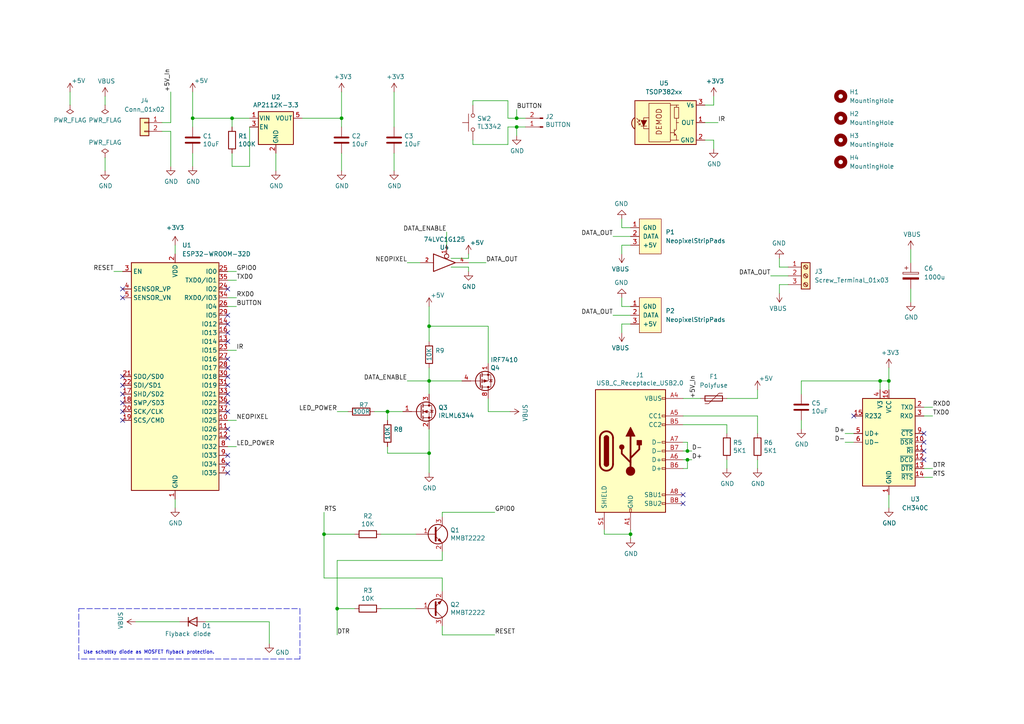
<source format=kicad_sch>
(kicad_sch (version 20211123) (generator eeschema)
  (paper "A4")
  (title_block (title "SmartishNight") (date "2020-11-03") (rev "1.2"))
  (lib_symbols
    (symbol "74xGxx:74LVC1G125" (pin_names (offset 1.016))
      (property "Reference" "U4" (at -0.635 4.445 0))
      (property "Value" "74LVC1G125" (at -0.635 6.7564 0))
      (symbol "74LVC1G125_0_1"
        (polyline (pts (xy -3.81 2.54) (xy -3.81 -2.54) (xy 2.54 0) (xy -3.81 2.54)) (stroke (width 0.254)))
      )
      (symbol "74LVC1G125_1_1"
        (pin input inverted (at 0 5.08 270) (length 3.81) (name "~") (number "1"))
        (pin input line (at -7.62 0 0) (length 3.81) (name "~") (number "2"))
        (pin power_in line (at 1.27 -1.27 270) (length 0) hide (name "GND") (number "3"))
        (pin tri_state line (at 6.35 0 180) (length 3.81) (name "~") (number "4"))
        (pin power_in line (at 1.27 1.27 90) (length 0) hide (name "VCC") (number "5"))
      )
    )
    (symbol "Connector:Conn_01x02_Male" (pin_names (offset 1.016) hide)
      (property "Reference" "J" (at 0 2.54 0))
      (property "Value" "Conn_01x02_Male" (at 0 -5.08 0))
      (symbol "Conn_01x02_Male_1_1"
        (polyline (pts (xy 1.27 -2.54) (xy 0.8636 -2.54)) (stroke (width 0.1524)))
        (polyline (pts (xy 1.27 0) (xy 0.8636 0)) (stroke (width 0.1524)))
        (rectangle (start 0.8636 -2.413) (end 0 -2.667) (stroke (width 0.1524)) (fill (type outline)))
        (rectangle (start 0.8636 0.127) (end 0 -0.127) (stroke (width 0.1524)) (fill (type outline)))
        (pin passive line (at 5.08 0 180) (length 3.81) (name "Pin_1") (number "1"))
        (pin passive line (at 5.08 -2.54 180) (length 3.81) (name "Pin_2") (number "2"))
      )
    )
    (symbol "Connector:Screw_Terminal_01x03" (pin_names (offset 1.016) hide)
      (property "Reference" "J" (at 0 5.08 0))
      (property "Value" "Screw_Terminal_01x03" (at 0 -5.08 0))
      (symbol "Screw_Terminal_01x03_1_1"
        (rectangle (start -1.27 3.81) (end 1.27 -3.81) (stroke (width 0.254)) (fill (type background)))
        (circle (center 0 -2.54) (radius 0.635) (stroke (width 0.1524)))
        (polyline (pts (xy -0.5334 -2.2098) (xy 0.3302 -3.048)) (stroke (width 0.1524)))
        (polyline (pts (xy -0.5334 0.3302) (xy 0.3302 -0.508)) (stroke (width 0.1524)))
        (polyline (pts (xy -0.5334 2.8702) (xy 0.3302 2.032)) (stroke (width 0.1524)))
        (polyline (pts (xy -0.3556 -2.032) (xy 0.508 -2.8702)) (stroke (width 0.1524)))
        (polyline (pts (xy -0.3556 0.508) (xy 0.508 -0.3302)) (stroke (width 0.1524)))
        (polyline (pts (xy -0.3556 3.048) (xy 0.508 2.2098)) (stroke (width 0.1524)))
        (circle (center 0 0) (radius 0.635) (stroke (width 0.1524)))
        (circle (center 0 2.54) (radius 0.635) (stroke (width 0.1524)))
        (pin passive line (at -5.08 2.54 0) (length 3.81) (name "Pin_1") (number "1"))
        (pin passive line (at -5.08 0 0) (length 3.81) (name "Pin_2") (number "2"))
        (pin passive line (at -5.08 -2.54 0) (length 3.81) (name "Pin_3") (number "3"))
      )
    )
    (symbol "Connector:USB_C_Receptacle_USB2.0" (pin_names (offset 1.016))
      (property "Reference" "J" (at -10.16 19.05 0))
      (property "Value" "USB_C_Receptacle_USB2.0" (at 19.05 19.05 0))
      (symbol "USB_C_Receptacle_USB2.0_0_0"
        (rectangle (start -0.254 -17.78) (end 0.254 -16.764))
        (rectangle (start 10.16 -14.986) (end 9.144 -15.494))
        (rectangle (start 10.16 -12.446) (end 9.144 -12.954))
        (rectangle (start 10.16 -4.826) (end 9.144 -5.334))
        (rectangle (start 10.16 -2.286) (end 9.144 -2.794))
        (rectangle (start 10.16 0.254) (end 9.144 -0.254))
        (rectangle (start 10.16 2.794) (end 9.144 2.286))
        (rectangle (start 10.16 7.874) (end 9.144 7.366))
        (rectangle (start 10.16 10.414) (end 9.144 9.906))
        (rectangle (start 10.16 15.494) (end 9.144 14.986))
      )
      (symbol "USB_C_Receptacle_USB2.0_0_1"
        (rectangle (start -10.16 17.78) (end 10.16 -17.78) (stroke (width 0.254)) (fill (type background)))
        (arc (start -8.89 -3.81) (mid -6.985 -5.715) (end -5.08 -3.81) (stroke (width 0.508)))
        (arc (start -7.62 -3.81) (mid -6.985 -4.445) (end -6.35 -3.81) (stroke (width 0.254)))
        (arc (start -7.62 -3.81) (mid -6.985 -4.445) (end -6.35 -3.81) (stroke (width 0.254)) (fill (type outline)))
        (rectangle (start -7.62 -3.81) (end -6.35 3.81) (stroke (width 0.254)) (fill (type outline)))
        (arc (start -6.35 3.81) (mid -6.985 4.445) (end -7.62 3.81) (stroke (width 0.254)))
        (arc (start -6.35 3.81) (mid -6.985 4.445) (end -7.62 3.81) (stroke (width 0.254)) (fill (type outline)))
        (arc (start -5.08 3.81) (mid -6.985 5.715) (end -8.89 3.81) (stroke (width 0.508)))
        (circle (center -2.54 1.143) (radius 0.635) (stroke (width 0.254)) (fill (type outline)))
        (circle (center 0 -5.842) (radius 1.27) (fill (type outline)))
        (polyline (pts (xy -8.89 -3.81) (xy -8.89 3.81)) (stroke (width 0.508)))
        (polyline (pts (xy -5.08 3.81) (xy -5.08 -3.81)) (stroke (width 0.508)))
        (polyline (pts (xy 0 -5.842) (xy 0 4.318)) (stroke (width 0.508)))
        (polyline (pts (xy 0 -3.302) (xy -2.54 -0.762) (xy -2.54 0.508)) (stroke (width 0.508)))
        (polyline (pts (xy 0 -2.032) (xy 2.54 0.508) (xy 2.54 1.778)) (stroke (width 0.508)))
        (polyline (pts (xy -1.27 4.318) (xy 0 6.858) (xy 1.27 4.318) (xy -1.27 4.318)) (stroke (width 0.254)) (fill (type outline)))
        (rectangle (start 1.905 1.778) (end 3.175 3.048) (stroke (width 0.254)) (fill (type outline)))
      )
      (symbol "USB_C_Receptacle_USB2.0_1_1"
        (pin passive line (at 0 -22.86 90) (length 5.08) (name "GND") (number "A1"))
        (pin passive line (at 0 -22.86 90) (length 5.08) hide (name "GND") (number "A12"))
        (pin passive line (at 15.24 15.24 180) (length 5.08) (name "VBUS") (number "A4"))
        (pin bidirectional line (at 15.24 10.16 180) (length 5.08) (name "CC1") (number "A5"))
        (pin bidirectional line (at 15.24 -2.54 180) (length 5.08) (name "D+") (number "A6"))
        (pin bidirectional line (at 15.24 2.54 180) (length 5.08) (name "D-") (number "A7"))
        (pin bidirectional line (at 15.24 -12.7 180) (length 5.08) (name "SBU1") (number "A8"))
        (pin passive line (at 15.24 15.24 180) (length 5.08) hide (name "VBUS") (number "A9"))
        (pin passive line (at 0 -22.86 90) (length 5.08) hide (name "GND") (number "B1"))
        (pin passive line (at 0 -22.86 90) (length 5.08) hide (name "GND") (number "B12"))
        (pin passive line (at 15.24 15.24 180) (length 5.08) hide (name "VBUS") (number "B4"))
        (pin bidirectional line (at 15.24 7.62 180) (length 5.08) (name "CC2") (number "B5"))
        (pin bidirectional line (at 15.24 -5.08 180) (length 5.08) (name "D+") (number "B6"))
        (pin bidirectional line (at 15.24 0 180) (length 5.08) (name "D-") (number "B7"))
        (pin bidirectional line (at 15.24 -15.24 180) (length 5.08) (name "SBU2") (number "B8"))
        (pin passive line (at 15.24 15.24 180) (length 5.08) hide (name "VBUS") (number "B9"))
        (pin passive line (at -7.62 -22.86 90) (length 5.08) (name "SHIELD") (number "S1"))
      )
    )
    (symbol "Connector_Generic:Conn_01x02" (pin_names (offset 1.016) hide)
      (property "Reference" "J" (at 0 2.54 0))
      (property "Value" "Conn_01x02" (at 0 -5.08 0))
      (symbol "Conn_01x02_1_1"
        (rectangle (start -1.27 -2.413) (end 0 -2.667) (stroke (width 0.1524)))
        (rectangle (start -1.27 0.127) (end 0 -0.127) (stroke (width 0.1524)))
        (rectangle (start -1.27 1.27) (end 1.27 -3.81) (stroke (width 0.254)) (fill (type background)))
        (pin passive line (at -5.08 0 0) (length 3.81) (name "Pin_1") (number "1"))
        (pin passive line (at -5.08 -2.54 0) (length 3.81) (name "Pin_2") (number "2"))
      )
    )
    (symbol "Device:C" (pin_numbers hide) (pin_names (offset 0.254))
      (property "Reference" "C" (at 0.635 2.54 0))
      (property "Value" "C" (at 0.635 -2.54 0))
      (symbol "C_0_1"
        (polyline (pts (xy -2.032 -0.762) (xy 2.032 -0.762)) (stroke (width 0.508)))
        (polyline (pts (xy -2.032 0.762) (xy 2.032 0.762)) (stroke (width 0.508)))
      )
      (symbol "C_1_1"
        (pin passive line (at 0 3.81 270) (length 2.794) (name "~") (number "1"))
        (pin passive line (at 0 -3.81 90) (length 2.794) (name "~") (number "2"))
      )
    )
    (symbol "Device:C_Polarized" (pin_numbers hide) (pin_names (offset 0.254))
      (property "Reference" "C" (at 0.635 2.54 0))
      (property "Value" "C_Polarized" (at 0.635 -2.54 0))
      (symbol "C_Polarized_0_1"
        (rectangle (start -2.286 0.508) (end 2.286 1.016))
        (polyline (pts (xy -1.778 2.286) (xy -0.762 2.286)))
        (polyline (pts (xy -1.27 2.794) (xy -1.27 1.778)))
        (rectangle (start 2.286 -0.508) (end -2.286 -1.016) (fill (type outline)))
      )
      (symbol "C_Polarized_1_1"
        (pin passive line (at 0 3.81 270) (length 2.794) (name "~") (number "1"))
        (pin passive line (at 0 -3.81 90) (length 2.794) (name "~") (number "2"))
      )
    )
    (symbol "Device:D" (pin_numbers hide) (pin_names (offset 1.016) hide)
      (property "Reference" "D" (at 0 2.54 0))
      (property "Value" "D" (at 0 -2.54 0))
      (symbol "D_0_1"
        (polyline (pts (xy -1.27 1.27) (xy -1.27 -1.27)) (stroke (width 0.254)))
        (polyline (pts (xy 1.27 0) (xy -1.27 0)))
        (polyline (pts (xy 1.27 1.27) (xy 1.27 -1.27) (xy -1.27 0) (xy 1.27 1.27)) (stroke (width 0.254)))
      )
      (symbol "D_1_1"
        (pin passive line (at -3.81 0 0) (length 2.54) (name "K") (number "1"))
        (pin passive line (at 3.81 0 180) (length 2.54) (name "A") (number "2"))
      )
    )
    (symbol "Device:Polyfuse" (pin_numbers hide) (pin_names (offset 0))
      (property "Reference" "F" (at -2.54 0 90))
      (property "Value" "Polyfuse" (at 2.54 0 90))
      (symbol "Polyfuse_0_1"
        (rectangle (start -0.762 2.54) (end 0.762 -2.54) (stroke (width 0.254)))
        (polyline (pts (xy 0 2.54) (xy 0 -2.54)))
        (polyline (pts (xy -1.524 2.54) (xy -1.524 1.524) (xy 1.524 -1.524) (xy 1.524 -2.54)))
      )
      (symbol "Polyfuse_1_1"
        (pin passive line (at 0 3.81 270) (length 1.27) (name "~") (number "1"))
        (pin passive line (at 0 -3.81 90) (length 1.27) (name "~") (number "2"))
      )
    )
    (symbol "Device:R" (pin_numbers hide) (pin_names (offset 0))
      (property "Reference" "R" (at 2.032 0 90))
      (property "Value" "R" (at 0 0 90))
      (symbol "R_0_1"
        (rectangle (start -1.016 -2.54) (end 1.016 2.54) (stroke (width 0.254)))
      )
      (symbol "R_1_1"
        (pin passive line (at 0 3.81 270) (length 1.27) (name "~") (number "1"))
        (pin passive line (at 0 -3.81 90) (length 1.27) (name "~") (number "2"))
      )
    )
    (symbol "Interface_Optical:TSOP382xx"
      (property "Reference" "U" (at -10.16 7.62 0))
      (property "Value" "TSOP382xx" (at -10.16 -7.62 0))
      (symbol "TSOP382xx_0_0"
        (arc (start -10.287 1.397) (mid -11.0899 -0.1905) (end -10.287 -1.778) (stroke (width 0.254)) (fill (type background)))
        (polyline (pts (xy 1.905 -5.08) (xy 0.127 -5.08)))
        (polyline (pts (xy 1.905 5.08) (xy 0.127 5.08)))
        (text "DEMOD" (at -3.175 0.254 900) (effects (font (size 1.524 1.524))))
      )
      (symbol "TSOP382xx_0_1"
        (rectangle (start -6.096 5.588) (end 0.127 -5.588))
        (polyline (pts (xy -8.763 0.381) (xy -9.652 1.27)))
        (polyline (pts (xy -8.763 0.381) (xy -9.271 0.381)))
        (polyline (pts (xy -8.763 0.381) (xy -8.763 0.889)))
        (polyline (pts (xy -8.636 -0.635) (xy -9.525 0.254)))
        (polyline (pts (xy -8.636 -0.635) (xy -9.144 -0.635)))
        (polyline (pts (xy -8.636 -0.635) (xy -8.636 -0.127)))
        (polyline (pts (xy -8.382 -1.016) (xy -6.731 -1.016)))
        (polyline (pts (xy 1.27 -2.921) (xy 0.127 -2.921)))
        (polyline (pts (xy 1.27 -1.905) (xy 1.27 -3.81)))
        (polyline (pts (xy 1.397 -3.556) (xy 1.524 -3.556)))
        (polyline (pts (xy 1.651 -3.556) (xy 1.524 -3.556)))
        (polyline (pts (xy 1.651 -3.556) (xy 1.651 -3.302)))
        (polyline (pts (xy 1.905 0) (xy 1.905 1.27)))
        (polyline (pts (xy 1.905 4.445) (xy 1.905 5.08) (xy 2.54 5.08)))
        (polyline (pts (xy -8.382 0.635) (xy -6.731 0.635) (xy -7.62 -1.016) (xy -8.382 0.635)) (fill (type outline)))
        (polyline (pts (xy -6.096 1.397) (xy -7.62 1.397) (xy -7.62 -1.778) (xy -6.096 -1.778)))
        (polyline (pts (xy 1.27 -3.175) (xy 1.905 -3.81) (xy 1.905 -5.08) (xy 2.54 -5.08)))
        (polyline (pts (xy 1.27 -2.54) (xy 1.905 -1.905) (xy 1.905 0) (xy 2.54 0)))
        (rectangle (start 2.54 1.27) (end 1.27 4.445))
        (rectangle (start 7.62 6.35) (end -10.16 -6.35) (stroke (width 0.254)) (fill (type background)))
      )
      (symbol "TSOP382xx_1_1"
        (pin output line (at 10.16 0 180) (length 2.54) (name "OUT") (number "1"))
        (pin power_in line (at 10.16 -5.08 180) (length 2.54) (name "GND") (number "2"))
        (pin power_in line (at 10.16 5.08 180) (length 2.54) (name "Vs") (number "3"))
      )
    )
    (symbol "Interface_USB:CH340C"
      (property "Reference" "U" (at -5.08 13.97 0))
      (property "Value" "CH340C" (at 1.27 13.97 0))
      (symbol "CH340C_0_1"
        (rectangle (start -7.62 12.7) (end 7.62 -12.7) (stroke (width 0.254)) (fill (type background)))
      )
      (symbol "CH340C_1_1"
        (pin power_in line (at 0 -15.24 90) (length 2.54) (name "GND") (number "1"))
        (pin input line (at 10.16 0 180) (length 2.54) (name "~{DSR}") (number "10"))
        (pin input line (at 10.16 -2.54 180) (length 2.54) (name "~{RI}") (number "11"))
        (pin input line (at 10.16 -5.08 180) (length 2.54) (name "~{DCD}") (number "12"))
        (pin output line (at 10.16 -7.62 180) (length 2.54) (name "~{DTR}") (number "13"))
        (pin output line (at 10.16 -10.16 180) (length 2.54) (name "~{RTS}") (number "14"))
        (pin input line (at -10.16 7.62 0) (length 2.54) (name "R232") (number "15"))
        (pin power_in line (at 0 15.24 270) (length 2.54) (name "VCC") (number "16"))
        (pin output line (at 10.16 10.16 180) (length 2.54) (name "TXD") (number "2"))
        (pin input line (at 10.16 7.62 180) (length 2.54) (name "RXD") (number "3"))
        (pin passive line (at -2.54 15.24 270) (length 2.54) (name "V3") (number "4"))
        (pin bidirectional line (at -10.16 2.54 0) (length 2.54) (name "UD+") (number "5"))
        (pin bidirectional line (at -10.16 0 0) (length 2.54) (name "UD-") (number "6"))
        (pin no_connect line (at -7.62 -7.62 0) (length 2.54) hide (name "NC") (number "7"))
        (pin no_connect line (at -7.62 -10.16 0) (length 2.54) hide (name "NC") (number "8"))
        (pin input line (at 10.16 2.54 180) (length 2.54) (name "~{CTS}") (number "9"))
      )
    )
    (symbol "Mechanical:MountingHole" (pin_names (offset 1.016))
      (property "Reference" "H" (at 0 5.08 0))
      (property "Value" "MountingHole" (at 0 3.175 0))
      (symbol "MountingHole_0_1"
        (circle (center 0 0) (radius 1.27) (stroke (width 1.27)))
      )
    )
    (symbol "RF_Module:ESP32-WROOM-32D"
      (property "Reference" "U" (at -12.7 34.29 0))
      (property "Value" "ESP32-WROOM-32D" (at 1.27 34.29 0))
      (symbol "ESP32-WROOM-32D_0_1"
        (rectangle (start -12.7 33.02) (end 12.7 -33.02) (stroke (width 0.254)) (fill (type background)))
      )
      (symbol "ESP32-WROOM-32D_1_1"
        (pin power_in line (at 0 -35.56 90) (length 2.54) (name "GND") (number "1"))
        (pin bidirectional line (at 15.24 -12.7 180) (length 2.54) (name "IO25") (number "10"))
        (pin bidirectional line (at 15.24 -15.24 180) (length 2.54) (name "IO26") (number "11"))
        (pin bidirectional line (at 15.24 -17.78 180) (length 2.54) (name "IO27") (number "12"))
        (pin bidirectional line (at 15.24 10.16 180) (length 2.54) (name "IO14") (number "13"))
        (pin bidirectional line (at 15.24 15.24 180) (length 2.54) (name "IO12") (number "14"))
        (pin passive line (at 0 -35.56 90) (length 2.54) hide (name "GND") (number "15"))
        (pin bidirectional line (at 15.24 12.7 180) (length 2.54) (name "IO13") (number "16"))
        (pin bidirectional line (at -15.24 -5.08 0) (length 2.54) (name "SHD/SD2") (number "17"))
        (pin bidirectional line (at -15.24 -7.62 0) (length 2.54) (name "SWP/SD3") (number "18"))
        (pin bidirectional line (at -15.24 -12.7 0) (length 2.54) (name "SCS/CMD") (number "19"))
        (pin power_in line (at 0 35.56 270) (length 2.54) (name "VDD") (number "2"))
        (pin bidirectional line (at -15.24 -10.16 0) (length 2.54) (name "SCK/CLK") (number "20"))
        (pin bidirectional line (at -15.24 0 0) (length 2.54) (name "SDO/SD0") (number "21"))
        (pin bidirectional line (at -15.24 -2.54 0) (length 2.54) (name "SDI/SD1") (number "22"))
        (pin bidirectional line (at 15.24 7.62 180) (length 2.54) (name "IO15") (number "23"))
        (pin bidirectional line (at 15.24 25.4 180) (length 2.54) (name "IO2") (number "24"))
        (pin bidirectional line (at 15.24 30.48 180) (length 2.54) (name "IO0") (number "25"))
        (pin bidirectional line (at 15.24 20.32 180) (length 2.54) (name "IO4") (number "26"))
        (pin bidirectional line (at 15.24 5.08 180) (length 2.54) (name "IO16") (number "27"))
        (pin bidirectional line (at 15.24 2.54 180) (length 2.54) (name "IO17") (number "28"))
        (pin bidirectional line (at 15.24 17.78 180) (length 2.54) (name "IO5") (number "29"))
        (pin input line (at -15.24 30.48 0) (length 2.54) (name "EN") (number "3"))
        (pin bidirectional line (at 15.24 0 180) (length 2.54) (name "IO18") (number "30"))
        (pin bidirectional line (at 15.24 -2.54 180) (length 2.54) (name "IO19") (number "31"))
        (pin no_connect line (at -12.7 -27.94 0) (length 2.54) hide (name "NC") (number "32"))
        (pin bidirectional line (at 15.24 -5.08 180) (length 2.54) (name "IO21") (number "33"))
        (pin bidirectional line (at 15.24 22.86 180) (length 2.54) (name "RXD0/IO3") (number "34"))
        (pin bidirectional line (at 15.24 27.94 180) (length 2.54) (name "TXD0/IO1") (number "35"))
        (pin bidirectional line (at 15.24 -7.62 180) (length 2.54) (name "IO22") (number "36"))
        (pin bidirectional line (at 15.24 -10.16 180) (length 2.54) (name "IO23") (number "37"))
        (pin passive line (at 0 -35.56 90) (length 2.54) hide (name "GND") (number "38"))
        (pin passive line (at 0 -35.56 90) (length 2.54) hide (name "GND") (number "39"))
        (pin input line (at -15.24 25.4 0) (length 2.54) (name "SENSOR_VP") (number "4"))
        (pin input line (at -15.24 22.86 0) (length 2.54) (name "SENSOR_VN") (number "5"))
        (pin input line (at 15.24 -25.4 180) (length 2.54) (name "IO34") (number "6"))
        (pin input line (at 15.24 -27.94 180) (length 2.54) (name "IO35") (number "7"))
        (pin bidirectional line (at 15.24 -20.32 180) (length 2.54) (name "IO32") (number "8"))
        (pin bidirectional line (at 15.24 -22.86 180) (length 2.54) (name "IO33") (number "9"))
      )
    )
    (symbol "Regulator_Linear:AP2112K-3.3" (pin_names (offset 0.254))
      (property "Reference" "U" (at -5.08 5.715 0))
      (property "Value" "AP2112K-3.3" (at 0 5.715 0))
      (symbol "AP2112K-3.3_0_1"
        (rectangle (start -5.08 4.445) (end 5.08 -5.08) (stroke (width 0.254)) (fill (type background)))
      )
      (symbol "AP2112K-3.3_1_1"
        (pin power_in line (at -7.62 2.54 0) (length 2.54) (name "VIN") (number "1"))
        (pin power_in line (at 0 -7.62 90) (length 2.54) (name "GND") (number "2"))
        (pin input line (at -7.62 0 0) (length 2.54) (name "EN") (number "3"))
        (pin no_connect line (at 5.08 0 180) (length 2.54) hide (name "NC") (number "4"))
        (pin power_out line (at 7.62 2.54 180) (length 2.54) (name "VOUT") (number "5"))
      )
    )
    (symbol "Switch:SW_Push" (pin_numbers hide) (pin_names (offset 1.016) hide)
      (property "Reference" "SW" (at 1.27 2.54 0))
      (property "Value" "SW_Push" (at 0 -1.524 0))
      (symbol "SW_Push_0_1"
        (circle (center -2.032 0) (radius 0.508))
        (polyline (pts (xy 0 1.27) (xy 0 3.048)))
        (polyline (pts (xy 2.54 1.27) (xy -2.54 1.27)))
        (circle (center 2.032 0) (radius 0.508))
        (pin passive line (at -5.08 0 0) (length 2.54) (name "1") (number "1"))
        (pin passive line (at 5.08 0 180) (length 2.54) (name "2") (number "2"))
      )
    )
    (symbol "Transistor_BJT:MMBT3904" (pin_names (offset 0) hide)
      (property "Reference" "Q" (at 5.08 1.905 0))
      (property "Value" "MMBT3904" (at 5.08 0 0))
      (symbol "MMBT3904_0_1"
        (polyline (pts (xy 0.635 0.635) (xy 2.54 2.54)))
        (polyline (pts (xy 0.635 -0.635) (xy 2.54 -2.54) (xy 2.54 -2.54)))
        (polyline (pts (xy 0.635 1.905) (xy 0.635 -1.905) (xy 0.635 -1.905)) (stroke (width 0.508)))
        (polyline (pts (xy 1.27 -1.778) (xy 1.778 -1.27) (xy 2.286 -2.286) (xy 1.27 -1.778) (xy 1.27 -1.778)) (fill (type outline)))
        (circle (center 1.27 0) (radius 2.8194) (stroke (width 0.254)))
      )
      (symbol "MMBT3904_1_1"
        (pin input line (at -5.08 0 0) (length 5.715) (name "B") (number "1"))
        (pin passive line (at 2.54 -5.08 90) (length 2.54) (name "E") (number "2"))
        (pin passive line (at 2.54 5.08 270) (length 2.54) (name "C") (number "3"))
      )
    )
    (symbol "Transistor_FET:IRF7404" (pin_names hide)
      (property "Reference" "Q" (at 5.08 1.905 0))
      (property "Value" "IRF7404" (at 5.08 0 0))
      (symbol "IRF7404_0_1"
        (polyline (pts (xy 0.254 0) (xy -2.54 0)))
        (polyline (pts (xy 0.254 1.905) (xy 0.254 -1.905)) (stroke (width 0.254)))
        (polyline (pts (xy 0.762 -1.27) (xy 0.762 -2.286)) (stroke (width 0.254)))
        (polyline (pts (xy 0.762 0.508) (xy 0.762 -0.508)) (stroke (width 0.254)))
        (polyline (pts (xy 0.762 2.286) (xy 0.762 1.27)) (stroke (width 0.254)))
        (polyline (pts (xy 2.54 2.54) (xy 2.54 1.778)))
        (polyline (pts (xy 2.54 -2.54) (xy 2.54 0) (xy 0.762 0)))
        (polyline (pts (xy 0.762 1.778) (xy 3.302 1.778) (xy 3.302 -1.778) (xy 0.762 -1.778)))
        (polyline (pts (xy 2.286 0) (xy 1.27 0.381) (xy 1.27 -0.381) (xy 2.286 0)) (fill (type outline)))
        (polyline (pts (xy 2.794 -0.508) (xy 2.921 -0.381) (xy 3.683 -0.381) (xy 3.81 -0.254)))
        (polyline (pts (xy 3.302 -0.381) (xy 2.921 0.254) (xy 3.683 0.254) (xy 3.302 -0.381)))
        (circle (center 1.651 0) (radius 2.794) (stroke (width 0.254)))
        (circle (center 2.54 -1.778) (radius 0.254) (fill (type outline)))
        (circle (center 2.54 1.778) (radius 0.254) (fill (type outline)))
      )
      (symbol "IRF7404_1_1"
        (pin passive line (at 2.54 -5.08 90) (length 2.54) (name "S") (number "1"))
        (pin passive line (at 2.54 -5.08 90) (length 2.54) hide (name "S") (number "2"))
        (pin passive line (at 2.54 -5.08 90) (length 2.54) hide (name "S") (number "3"))
        (pin passive line (at -5.08 0 0) (length 2.54) (name "G") (number "4"))
        (pin passive line (at 2.54 5.08 270) (length 2.54) hide (name "D") (number "5"))
        (pin passive line (at 2.54 5.08 270) (length 2.54) hide (name "D") (number "6"))
        (pin passive line (at 2.54 5.08 270) (length 2.54) hide (name "D") (number "7"))
        (pin passive line (at 2.54 5.08 270) (length 2.54) (name "D") (number "8"))
      )
    )
    (symbol "Transistor_FET:TSM2302CX" (pin_names hide)
      (property "Reference" "Q" (at 5.08 1.905 0))
      (property "Value" "TSM2302CX" (at 5.08 0 0))
      (symbol "TSM2302CX_0_1"
        (polyline (pts (xy 0.254 0) (xy -2.54 0)))
        (polyline (pts (xy 0.254 1.905) (xy 0.254 -1.905)) (stroke (width 0.254)))
        (polyline (pts (xy 0.762 -1.27) (xy 0.762 -2.286)) (stroke (width 0.254)))
        (polyline (pts (xy 0.762 0.508) (xy 0.762 -0.508)) (stroke (width 0.254)))
        (polyline (pts (xy 0.762 2.286) (xy 0.762 1.27)) (stroke (width 0.254)))
        (polyline (pts (xy 2.54 2.54) (xy 2.54 1.778)))
        (polyline (pts (xy 2.54 -2.54) (xy 2.54 0) (xy 0.762 0)))
        (polyline (pts (xy 0.762 -1.778) (xy 3.302 -1.778) (xy 3.302 1.778) (xy 0.762 1.778)))
        (polyline (pts (xy 1.016 0) (xy 2.032 0.381) (xy 2.032 -0.381) (xy 1.016 0)) (fill (type outline)))
        (polyline (pts (xy 2.794 0.508) (xy 2.921 0.381) (xy 3.683 0.381) (xy 3.81 0.254)))
        (polyline (pts (xy 3.302 0.381) (xy 2.921 -0.254) (xy 3.683 -0.254) (xy 3.302 0.381)))
        (circle (center 1.651 0) (radius 2.794) (stroke (width 0.254)))
        (circle (center 2.54 -1.778) (radius 0.254) (fill (type outline)))
        (circle (center 2.54 1.778) (radius 0.254) (fill (type outline)))
      )
      (symbol "TSM2302CX_1_1"
        (pin input line (at -5.08 0 0) (length 2.54) (name "G") (number "1"))
        (pin passive line (at 2.54 -5.08 90) (length 2.54) (name "S") (number "2"))
        (pin passive line (at 2.54 5.08 270) (length 2.54) (name "D") (number "3"))
      )
    )
    (symbol "neopixelstrippads:NeopixelStripPads" (pin_names (offset 1.016))
      (property "Reference" "P" (at 0 0 0))
      (property "Value" "NeopixelStripPads" (at 0 0 0))
      (symbol "NeopixelStripPads_0_1"
        (rectangle (start 0 11.43) (end 6.35 1.27) (fill (type background)))
      )
      (symbol "NeopixelStripPads_1_1"
        (pin passive line (at -2.54 8.89 0) (length 2.54) (name "GND") (number "1"))
        (pin bidirectional line (at -2.54 6.35 0) (length 2.54) (name "DATA") (number "2"))
        (pin passive line (at -2.54 3.81 0) (length 2.54) (name "+5V") (number "3"))
      )
    )
    (symbol "power:+3V3" (power) (pin_names (offset 0))
      (property "Value" "+3V3" (at 0 3.556 0))
      (symbol "+3V3_0_1"
        (polyline (pts (xy -0.762 1.27) (xy 0 2.54)))
        (polyline (pts (xy 0 0) (xy 0 2.54)))
        (polyline (pts (xy 0 2.54) (xy 0.762 1.27)))
      )
      (symbol "+3V3_1_1"
        (pin power_in line (at 0 0 90) (length 0) hide (name "+3V3") (number "1"))
      )
    )
    (symbol "power:+5V" (power) (pin_names (offset 0))
      (property "Value" "+5V" (at 0 3.556 0))
      (symbol "+5V_0_1"
        (polyline (pts (xy -0.762 1.27) (xy 0 2.54)))
        (polyline (pts (xy 0 0) (xy 0 2.54)))
        (polyline (pts (xy 0 2.54) (xy 0.762 1.27)))
      )
      (symbol "+5V_1_1"
        (pin power_in line (at 0 0 90) (length 0) hide (name "+5V") (number "1"))
      )
    )
    (symbol "power:GND" (power) (pin_names (offset 0))
      (property "Value" "GND" (at 0 -3.81 0))
      (symbol "GND_0_1"
        (polyline (pts (xy 0 0) (xy 0 -1.27) (xy 1.27 -1.27) (xy 0 -2.54) (xy -1.27 -1.27) (xy 0 -1.27)))
      )
      (symbol "GND_1_1"
        (pin power_in line (at 0 0 270) (length 0) hide (name "GND") (number "1"))
      )
    )
    (symbol "power:PWR_FLAG" (power) (pin_numbers hide) (pin_names (offset 0) hide)
      (property "Value" "PWR_FLAG" (at 0 3.81 0))
      (symbol "PWR_FLAG_0_0"
        (pin power_out line (at 0 0 90) (length 0) (name "pwr") (number "1"))
      )
      (symbol "PWR_FLAG_0_1"
        (polyline (pts (xy 0 0) (xy 0 1.27) (xy -1.016 1.905) (xy 0 2.54) (xy 1.016 1.905) (xy 0 1.27)))
      )
    )
    (symbol "power:VBUS" (power) (pin_names (offset 0))
      (property "Value" "VBUS" (at 0 3.81 0))
      (symbol "VBUS_0_1"
        (polyline (pts (xy -0.762 1.27) (xy 0 2.54)))
        (polyline (pts (xy 0 0) (xy 0 2.54)))
        (polyline (pts (xy 0 2.54) (xy 0.762 1.27)))
      )
      (symbol "VBUS_1_1"
        (pin power_in line (at 0 0 90) (length 0) hide (name "VBUS") (number "1"))
      )
    )
  )
  (junction (at 124.46 110.49))
  (junction (at 124.46 94.615))
  (junction (at 199.39 130.81))
  (junction (at 149.86 36.83))
  (junction (at 112.395 119.38))
  (junction (at 257.81 110.49))
  (junction (at 149.86 34.29))
  (junction (at 124.46 131.445))
  (junction (at 99.06 34.29))
  (junction (at 93.98 154.94))
  (junction (at 67.31 34.29))
  (junction (at 182.88 154.94))
  (junction (at 97.79 176.53))
  (junction (at 199.39 133.35))
  (junction (at 255.27 110.49))
  (junction (at 55.88 34.29))
  (no_connect (at 35.56 119.38))
  (no_connect (at 198.12 146.05))
  (no_connect (at 66.04 127))
  (no_connect (at 66.04 93.98))
  (no_connect (at 198.12 143.51))
  (no_connect (at 66.04 96.52))
  (no_connect (at 66.04 134.62))
  (no_connect (at 35.56 109.22))
  (no_connect (at 267.97 128.27))
  (no_connect (at 35.56 114.3))
  (no_connect (at 66.04 116.84))
  (no_connect (at 66.04 114.3))
  (no_connect (at 66.04 106.68))
  (no_connect (at 66.04 91.44))
  (no_connect (at 35.56 111.76))
  (no_connect (at 35.56 121.92))
  (no_connect (at 66.04 111.76))
  (no_connect (at 66.04 119.38))
  (no_connect (at 66.04 104.14))
  (no_connect (at 35.56 83.82))
  (no_connect (at 247.65 120.65))
  (no_connect (at 35.56 86.36))
  (no_connect (at 66.04 137.16))
  (no_connect (at 35.56 116.84))
  (no_connect (at 267.97 125.73))
  (no_connect (at 267.97 130.81))
  (no_connect (at 66.04 83.82))
  (no_connect (at 66.04 109.22))
  (no_connect (at 267.97 133.35))
  (no_connect (at 66.04 124.46))
  (no_connect (at 66.04 132.08))
  (no_connect (at 66.04 99.06))
  (wire (pts (xy 141.605 119.38) (xy 147.955 119.38)))
  (wire (pts (xy 66.04 81.28) (xy 68.58 81.28)))
  (wire (pts (xy 68.58 86.36) (xy 66.04 86.36)))
  (wire (pts (xy 198.12 135.89) (xy 199.39 135.89)))
  (wire (pts (xy 124.46 94.615) (xy 141.605 94.615)))
  (polyline (pts (xy 22.86 191.135) (xy 22.86 176.53)))
  (wire (pts (xy 112.395 121.92) (xy 112.395 119.38)))
  (wire (pts (xy 198.12 123.19) (xy 210.82 123.19)))
  (wire (pts (xy 198.12 128.27) (xy 199.39 128.27)))
  (wire (pts (xy 207.01 30.48) (xy 207.01 27.94)))
  (wire (pts (xy 199.39 130.81) (xy 198.12 130.81)))
  (wire (pts (xy 226.06 77.47) (xy 228.6 77.47)))
  (wire (pts (xy 232.41 110.49) (xy 255.27 110.49)))
  (wire (pts (xy 55.88 36.83) (xy 55.88 34.29)))
  (wire (pts (xy 67.31 34.29) (xy 55.88 34.29)))
  (wire (pts (xy 108.585 119.38) (xy 112.395 119.38)))
  (wire (pts (xy 140.97 76.2) (xy 135.89 76.2)))
  (wire (pts (xy 219.71 133.35) (xy 219.71 135.89)))
  (wire (pts (xy 180.34 71.12) (xy 182.88 71.12)))
  (wire (pts (xy 97.79 176.53) (xy 97.79 162.56)))
  (wire (pts (xy 182.88 153.67) (xy 182.88 154.94)))
  (wire (pts (xy 149.86 36.83) (xy 152.4 36.83)))
  (wire (pts (xy 120.65 154.94) (xy 110.49 154.94)))
  (wire (pts (xy 135.89 74.93) (xy 135.89 73.66)))
  (wire (pts (xy 210.82 123.19) (xy 210.82 125.73)))
  (wire (pts (xy 97.79 119.38) (xy 100.965 119.38)))
  (wire (pts (xy 124.46 131.445) (xy 124.46 124.46)))
  (wire (pts (xy 118.11 110.49) (xy 124.46 110.49)))
  (wire (pts (xy 112.395 131.445) (xy 124.46 131.445)))
  (wire (pts (xy 149.86 34.29) (xy 149.86 31.75)))
  (wire (pts (xy 245.11 128.27) (xy 247.65 128.27)))
  (wire (pts (xy 270.51 120.65) (xy 267.97 120.65)))
  (wire (pts (xy 270.51 138.43) (xy 267.97 138.43)))
  (wire (pts (xy 55.88 34.29) (xy 55.88 26.67)))
  (wire (pts (xy 129.54 71.12) (xy 129.54 67.31)))
  (wire (pts (xy 78.105 180.34) (xy 59.69 180.34)))
  (wire (pts (xy 149.86 34.29) (xy 147.32 34.29)))
  (wire (pts (xy 97.79 184.15) (xy 97.79 176.53)))
  (wire (pts (xy 87.63 34.29) (xy 99.06 34.29)))
  (wire (pts (xy 39.37 180.34) (xy 52.07 180.34)))
  (wire (pts (xy 114.3 26.67) (xy 114.3 36.83)))
  (wire (pts (xy 219.71 125.73) (xy 219.71 120.65)))
  (wire (pts (xy 130.81 77.47) (xy 135.89 77.47)))
  (wire (pts (xy 128.27 181.61) (xy 128.27 184.15)))
  (wire (pts (xy 207.01 40.64) (xy 207.01 43.18)))
  (wire (pts (xy 264.16 83.82) (xy 264.16 87.63)))
  (wire (pts (xy 128.27 184.15) (xy 143.51 184.15)))
  (wire (pts (xy 49.53 38.1) (xy 49.53 48.26)))
  (wire (pts (xy 72.39 48.26) (xy 67.31 48.26)))
  (wire (pts (xy 110.49 176.53) (xy 120.65 176.53)))
  (wire (pts (xy 149.86 36.83) (xy 147.32 36.83)))
  (wire (pts (xy 210.82 115.57) (xy 219.71 115.57)))
  (wire (pts (xy 226.06 74.93) (xy 226.06 77.47)))
  (wire (pts (xy 223.52 80.01) (xy 228.6 80.01)))
  (wire (pts (xy 66.04 121.92) (xy 68.58 121.92)))
  (wire (pts (xy 198.12 115.57) (xy 203.2 115.57)))
  (wire (pts (xy 72.39 36.83) (xy 72.39 48.26)))
  (wire (pts (xy 93.98 154.94) (xy 93.98 167.64)))
  (wire (pts (xy 204.47 40.64) (xy 207.01 40.64)))
  (wire (pts (xy 114.3 44.45) (xy 114.3 49.53)))
  (wire (pts (xy 30.48 45.72) (xy 30.48 49.53)))
  (wire (pts (xy 66.04 129.54) (xy 68.58 129.54)))
  (wire (pts (xy 30.48 30.48) (xy 30.48 27.94)))
  (wire (pts (xy 99.06 26.67) (xy 99.06 34.29)))
  (wire (pts (xy 137.16 29.21) (xy 137.16 30.48)))
  (wire (pts (xy 68.58 88.9) (xy 66.04 88.9)))
  (wire (pts (xy 55.88 48.26) (xy 55.88 44.45)))
  (wire (pts (xy 232.41 110.49) (xy 232.41 114.3)))
  (wire (pts (xy 180.34 93.98) (xy 182.88 93.98)))
  (wire (pts (xy 135.89 77.47) (xy 135.89 78.74)))
  (wire (pts (xy 180.34 96.52) (xy 180.34 93.98)))
  (polyline (pts (xy 86.995 176.53) (xy 86.995 191.135)))
  (wire (pts (xy 175.26 153.67) (xy 175.26 154.94)))
  (wire (pts (xy 124.46 106.68) (xy 124.46 110.49)))
  (wire (pts (xy 199.39 135.89) (xy 199.39 133.35)))
  (wire (pts (xy 49.53 35.56) (xy 46.99 35.56)))
  (wire (pts (xy 141.605 115.57) (xy 141.605 119.38)))
  (wire (pts (xy 20.32 26.67) (xy 20.32 30.48)))
  (wire (pts (xy 50.8 147.32) (xy 50.8 144.78)))
  (wire (pts (xy 264.16 72.39) (xy 264.16 76.2)))
  (wire (pts (xy 93.98 148.59) (xy 93.98 154.94)))
  (wire (pts (xy 200.66 130.81) (xy 199.39 130.81)))
  (wire (pts (xy 46.99 38.1) (xy 49.53 38.1)))
  (wire (pts (xy 128.27 149.86) (xy 128.27 148.59)))
  (wire (pts (xy 177.8 68.58) (xy 182.88 68.58)))
  (wire (pts (xy 93.98 167.64) (xy 128.27 167.64)))
  (wire (pts (xy 147.32 29.21) (xy 137.16 29.21)))
  (wire (pts (xy 124.46 137.16) (xy 124.46 131.445)))
  (wire (pts (xy 204.47 30.48) (xy 207.01 30.48)))
  (wire (pts (xy 232.41 121.92) (xy 232.41 124.46)))
  (wire (pts (xy 97.79 176.53) (xy 102.87 176.53)))
  (wire (pts (xy 147.32 36.83) (xy 147.32 41.91)))
  (wire (pts (xy 99.06 34.29) (xy 99.06 36.83)))
  (wire (pts (xy 247.65 125.73) (xy 245.11 125.73)))
  (wire (pts (xy 67.31 48.26) (xy 67.31 44.45)))
  (wire (pts (xy 78.105 180.34) (xy 78.105 186.69)))
  (wire (pts (xy 180.34 66.04) (xy 182.88 66.04)))
  (polyline (pts (xy 22.86 176.53) (xy 86.995 176.53)))
  (wire (pts (xy 137.16 41.91) (xy 137.16 40.64)))
  (wire (pts (xy 226.06 85.09) (xy 226.06 82.55)))
  (wire (pts (xy 72.39 34.29) (xy 67.31 34.29)))
  (wire (pts (xy 255.27 113.03) (xy 255.27 110.49)))
  (wire (pts (xy 93.98 154.94) (xy 102.87 154.94)))
  (wire (pts (xy 226.06 82.55) (xy 228.6 82.55)))
  (wire (pts (xy 257.81 106.68) (xy 257.81 110.49)))
  (wire (pts (xy 257.81 110.49) (xy 257.81 113.03)))
  (wire (pts (xy 66.04 101.6) (xy 68.58 101.6)))
  (wire (pts (xy 112.395 129.54) (xy 112.395 131.445)))
  (wire (pts (xy 219.71 115.57) (xy 219.71 113.03)))
  (wire (pts (xy 147.32 34.29) (xy 147.32 29.21)))
  (wire (pts (xy 50.8 71.12) (xy 50.8 73.66)))
  (wire (pts (xy 219.71 120.65) (xy 198.12 120.65)))
  (wire (pts (xy 128.27 148.59) (xy 143.51 148.59)))
  (wire (pts (xy 182.88 154.94) (xy 182.88 156.21)))
  (wire (pts (xy 204.47 35.56) (xy 208.28 35.56)))
  (wire (pts (xy 33.02 78.74) (xy 35.56 78.74)))
  (wire (pts (xy 267.97 118.11) (xy 270.51 118.11)))
  (wire (pts (xy 177.8 91.44) (xy 182.88 91.44)))
  (wire (pts (xy 112.395 119.38) (xy 116.84 119.38)))
  (wire (pts (xy 180.34 86.36) (xy 180.34 88.9)))
  (polyline (pts (xy 86.995 191.135) (xy 22.86 191.135)))
  (wire (pts (xy 267.97 135.89) (xy 270.51 135.89)))
  (wire (pts (xy 257.81 143.51) (xy 257.81 147.32)))
  (wire (pts (xy 180.34 73.66) (xy 180.34 71.12)))
  (wire (pts (xy 124.46 110.49) (xy 124.46 114.3)))
  (wire (pts (xy 124.46 99.06) (xy 124.46 94.615)))
  (wire (pts (xy 128.27 167.64) (xy 128.27 171.45)))
  (wire (pts (xy 210.82 133.35) (xy 210.82 135.89)))
  (wire (pts (xy 49.53 26.67) (xy 49.53 35.56)))
  (wire (pts (xy 180.34 88.9) (xy 182.88 88.9)))
  (wire (pts (xy 130.81 74.93) (xy 135.89 74.93)))
  (wire (pts (xy 199.39 128.27) (xy 199.39 130.81)))
  (wire (pts (xy 175.26 154.94) (xy 182.88 154.94)))
  (wire (pts (xy 152.4 34.29) (xy 149.86 34.29)))
  (wire (pts (xy 99.06 44.45) (xy 99.06 49.53)))
  (wire (pts (xy 124.46 110.49) (xy 133.985 110.49)))
  (wire (pts (xy 198.12 133.35) (xy 199.39 133.35)))
  (wire (pts (xy 180.34 63.5) (xy 180.34 66.04)))
  (wire (pts (xy 66.04 78.74) (xy 68.58 78.74)))
  (wire (pts (xy 80.01 44.45) (xy 80.01 49.53)))
  (wire (pts (xy 97.79 162.56) (xy 128.27 162.56)))
  (wire (pts (xy 199.39 133.35) (xy 200.66 133.35)))
  (wire (pts (xy 124.46 88.9) (xy 124.46 94.615)))
  (wire (pts (xy 128.27 162.56) (xy 128.27 160.02)))
  (wire (pts (xy 147.32 41.91) (xy 137.16 41.91)))
  (wire (pts (xy 141.605 94.615) (xy 141.605 105.41)))
  (wire (pts (xy 149.86 39.37) (xy 149.86 36.83)))
  (wire (pts (xy 118.11 76.2) (xy 121.92 76.2)))
  (wire (pts (xy 67.31 36.83) (xy 67.31 34.29)))
  (wire (pts (xy 255.27 110.49) (xy 257.81 110.49)))
  (text "Use schottky diode as MOSFET flyback protection.\n" (at 24.13 189.865 0) (effects (font (size 0.9906 0.9906)) (justify left bottom)))
  (label "DATA_ENABLE" (at 118.11 110.49 180))
  (label "BUTTON" (at 149.86 31.75 0))
  (label "NEOPIXEL" (at 68.58 121.92 0))
  (label "TXD0" (at 270.51 120.65 0))
  (label "GPIO0" (at 143.51 148.59 0))
  (label "DATA_OUT" (at 177.8 91.44 180))
  (label "D+" (at 245.11 125.73 180))
  (label "DATA_OUT" (at 140.97 76.2 0))
  (label "RTS" (at 270.51 138.43 0))
  (label "D-" (at 200.66 130.81 0))
  (label "LED_POWER" (at 97.79 119.38 180))
  (label "RTS" (at 93.98 148.59 0))
  (label "DTR" (at 97.79 184.15 0))
  (label "DATA_OUT" (at 177.8 68.58 180))
  (label "D-" (at 245.11 128.27 180))
  (label "RESET" (at 143.51 184.15 0))
  (label "RXD0" (at 270.51 118.11 0))
  (label "LED_POWER" (at 68.58 129.54 0))
  (label "IR" (at 208.28 35.56 0))
  (label "NEOPIXEL" (at 118.11 76.2 180))
  (label "IR" (at 68.58 101.6 0))
  (label "RESET" (at 33.02 78.74 180))
  (label "+5V_In" (at 49.53 26.67 90))
  (label "+5V_In" (at 201.93 115.57 90))
  (label "DATA_OUT" (at 223.52 80.01 180))
  (label "BUTTON" (at 68.58 88.9 0))
  (label "TXD0" (at 68.58 81.28 0))
  (label "D+" (at 200.66 133.35 0))
  (label "DTR" (at 270.51 135.89 0))
  (label "RXD0" (at 68.58 86.36 0))
  (label "GPIO0" (at 68.58 78.74 0))
  (label "DATA_ENABLE" (at 129.54 67.31 180))
  (symbol (lib_id "power:GND") (at 114.3 49.53 0) (unit 1)
    (property "Reference" "#PWR0104" (effects hide))
    (property "Value" "GND" (at 114.427 53.9242 0))
  )
  (symbol (lib_id "Device:C") (at 114.3 40.64 0) (unit 1)
    (property "Reference" "C3" (at 117.221 39.4716 0) (effects (justify left)))
    (property "Value" "10uF" (at 117.221 41.783 0) (effects (justify left)))
    (property "Footprint" "Capacitor_SMD:C_0805_2012Metric" (effects hide))
    (property "LCSC" "C15850" (effects hide))
  )
  (symbol (lib_id "power:+3V3") (at 114.3 26.67 0) (unit 1)
    (property "Reference" "#PWR0105" (effects hide))
    (property "Value" "+3V3" (at 114.681 22.2758 0))
  )
  (symbol (lib_id "Regulator_Linear:AP2112K-3.3") (at 80.01 36.83 0) (unit 1)
    (property "Reference" "U2" (at 80.01 28.1432 0))
    (property "Value" "AP2112K-3.3" (at 80.01 30.4546 0))
    (property "Footprint" "Package_TO_SOT_SMD:SOT-23-5" (effects hide))
    (property "Datasheet" "https://www.diodes.com/assets/Datasheets/AP2112.pdf" (effects hide))
    (property "LCSC" "C51118" (effects hide))
  )
  (symbol (lib_id "power:GND") (at 80.01 49.53 0) (unit 1)
    (property "Reference" "#PWR0106" (effects hide))
    (property "Value" "GND" (at 80.137 53.9242 0))
  )
  (symbol (lib_id "Device:R") (at 67.31 40.64 0) (unit 1)
    (property "Reference" "R1" (at 69.088 39.4716 0) (effects (justify left)))
    (property "Value" "100K" (at 69.088 41.783 0) (effects (justify left)))
    (property "Footprint" "Resistor_SMD:R_0805_2012Metric" (effects hide))
    (property "LCSC" "C149504" (effects hide))
  )
  (symbol (lib_id "power:+3V3") (at 99.06 26.67 0) (unit 1)
    (property "Reference" "#PWR0107" (effects hide))
    (property "Value" "+3V3" (at 99.441 22.2758 0))
  )
  (symbol (lib_id "Device:C") (at 99.06 40.64 0) (unit 1)
    (property "Reference" "C2" (at 101.981 39.4716 0) (effects (justify left)))
    (property "Value" "10uF" (at 101.981 41.783 0) (effects (justify left)))
    (property "Footprint" "Capacitor_SMD:C_0805_2012Metric" (effects hide))
    (property "LCSC" "C15850" (effects hide))
  )
  (symbol (lib_id "power:GND") (at 99.06 49.53 0) (unit 1)
    (property "Reference" "#PWR0108" (effects hide))
    (property "Value" "GND" (at 99.187 53.9242 0))
  )
  (symbol (lib_id "power:GND") (at 55.88 48.26 0) (unit 1)
    (property "Reference" "#PWR0109" (effects hide))
    (property "Value" "GND" (at 56.007 52.6542 0))
  )
  (symbol (lib_id "Device:C") (at 55.88 40.64 0) (unit 1)
    (property "Reference" "C1" (at 58.801 39.4716 0) (effects (justify left)))
    (property "Value" "10uF" (at 58.801 41.783 0) (effects (justify left)))
    (property "Footprint" "Capacitor_SMD:C_0805_2012Metric" (effects hide))
    (property "LCSC" "C15850" (effects hide))
  )
  (symbol (lib_id "Device:R") (at 106.68 154.94 270) (unit 1)
    (property "Reference" "R2" (at 106.68 149.6822 90))
    (property "Value" "10K" (at 106.68 151.9936 90))
    (property "Footprint" "Resistor_SMD:R_0805_2012Metric" (effects hide))
    (property "LCSC" "C17414" (effects hide))
  )
  (symbol (lib_id "Device:R") (at 106.68 176.53 270) (unit 1)
    (property "Reference" "R3" (at 106.68 171.2722 90))
    (property "Value" "10K" (at 106.68 173.5836 90))
    (property "Footprint" "Resistor_SMD:R_0805_2012Metric" (effects hide))
    (property "LCSC" "C17414" (effects hide))
  )
  (symbol (lib_id "power:+3V3") (at 50.8 71.12 0) (unit 1)
    (property "Reference" "#PWR0111" (effects hide))
    (property "Value" "+3V3" (at 50.8 66.04 0))
  )
  (symbol (lib_id "power:GND") (at 50.8 147.32 0) (unit 1)
    (property "Reference" "#PWR0112" (effects hide))
    (property "Value" "GND" (at 50.927 151.7142 0))
  )
  (symbol (lib_id "Connector:Conn_01x02_Male") (at 157.48 36.83 180) (unit 1)
    (property "Reference" "J2" (at 158.1912 33.8328 0) (effects (justify right)))
    (property "Value" "BUTTON" (at 158.1912 36.1442 0) (effects (justify right)))
    (property "Footprint" "Connector_PinHeader_2.54mm:PinHeader_1x02_P2.54mm_Vertical" (effects hide))
  )
  (symbol (lib_id "power:GND") (at 149.86 39.37 0) (unit 1)
    (property "Reference" "#PWR0115" (effects hide))
    (property "Value" "GND" (at 149.987 43.7642 0))
  )
  (symbol (lib_id "power:GND") (at 182.88 156.21 0) (unit 1)
    (property "Reference" "#PWR0116" (effects hide))
    (property "Value" "GND" (at 183.007 160.6042 0))
  )
  (symbol (lib_id "Device:C") (at 232.41 118.11 0) (unit 1)
    (property "Reference" "C5" (at 235.331 116.9416 0) (effects (justify left)))
    (property "Value" "10uF" (at 235.331 119.253 0) (effects (justify left)))
    (property "Footprint" "Capacitor_SMD:C_0805_2012Metric" (effects hide))
    (property "LCSC" "C15850" (effects hide))
  )
  (symbol (lib_id "power:GND") (at 232.41 124.46 0) (unit 1)
    (property "Reference" "#PWR0119" (effects hide))
    (property "Value" "GND" (at 232.537 128.8542 0))
  )
  (symbol (lib_id "power:GND") (at 257.81 147.32 0) (unit 1)
    (property "Reference" "#PWR0120" (effects hide))
    (property "Value" "GND" (at 257.937 151.7142 0))
  )
  (symbol (lib_id "power:PWR_FLAG") (at 30.48 30.48 180) (unit 1)
    (property "Reference" "#FLG0101" (effects hide))
    (property "Value" "PWR_FLAG" (at 30.48 34.8742 0))
  )
  (symbol (lib_id "power:+3V3") (at 257.81 106.68 0) (unit 1)
    (property "Reference" "#PWR0122" (effects hide))
    (property "Value" "+3V3" (at 258.191 102.2858 0))
  )
  (symbol (lib_id "power:PWR_FLAG") (at 30.48 45.72 0) (unit 1)
    (property "Reference" "#FLG0102" (effects hide))
    (property "Value" "PWR_FLAG" (at 30.48 41.3258 0))
  )
  (symbol (lib_id "power:GND") (at 30.48 49.53 0) (unit 1)
    (property "Reference" "#PWR0123" (effects hide))
    (property "Value" "GND" (at 30.607 53.9242 0))
  )
  (symbol (lib_id "Switch:SW_Push") (at 137.16 35.56 90) (unit 1)
    (property "Reference" "SW2" (at 138.3792 34.3916 90) (effects (justify right)))
    (property "Value" "TL3342" (at 138.3792 36.703 90) (effects (justify right)))
    (property "Footprint" "Button_Switch_SMD:SW_SPST_TL3342" (effects hide))
    (property "LCSC" "C318884" (effects hide))
  )
  (symbol (lib_id "Interface_USB:CH340C") (at 257.81 128.27 0) (unit 1)
    (property "Reference" "U3" (at 265.43 144.78 0))
    (property "Value" "CH340C" (at 265.43 147.32 0))
    (property "Footprint" "Package_SO:SOIC-16_3.9x9.9mm_P1.27mm" (effects hide))
    (property "Datasheet" "https://datasheet.lcsc.com/szlcsc/Jiangsu-Qin-Heng-CH340C_C84681.pdf" (effects hide))
    (property "LCSC" "C84681" (effects hide))
    (property "JLCPCB_CORRECTION" "0;0;90" (effects hide))
  )
  (symbol (lib_id "Device:R") (at 210.82 129.54 0) (unit 1)
    (property "Reference" "R5" (at 212.598 128.3716 0) (effects (justify left)))
    (property "Value" "5K1" (at 212.598 130.683 0) (effects (justify left)))
    (property "Footprint" "Resistor_SMD:R_0805_2012Metric" (effects hide))
    (property "LCSC" "C27834" (effects hide))
  )
  (symbol (lib_id "power:GND") (at 210.82 135.89 0) (unit 1)
    (property "Reference" "#PWR02" (effects hide))
    (property "Value" "GND" (at 210.947 140.2842 0))
  )
  (symbol (lib_id "Connector:USB_C_Receptacle_USB2.0") (at 182.88 130.81 0) (unit 1)
    (property "Reference" "J1" (at 185.5978 108.7882 0))
    (property "Value" "USB_C_Receptacle_USB2.0" (at 185.5978 111.0996 0))
    (property "Footprint" "Connector_USB:USB_C_Receptacle_HRO_TYPE-C-31-M-12" (effects hide))
    (property "Datasheet" "https://www.usb.org/sites/default/files/documents/usb_type-c.zip" (effects hide))
    (property "LCSC" "C165948" (effects hide))
    (property "JLCPCB_CORRECTION" "1.8;-0.3;180" (effects hide))
  )
  (symbol (lib_id "Device:R") (at 219.71 129.54 0) (unit 1)
    (property "Reference" "R6" (at 221.488 128.3716 0) (effects (justify left)))
    (property "Value" "5K1" (at 221.488 130.683 0) (effects (justify left)))
    (property "Footprint" "Resistor_SMD:R_0805_2012Metric" (effects hide))
    (property "LCSC" "C27834" (effects hide))
  )
  (symbol (lib_id "power:GND") (at 219.71 135.89 0) (unit 1)
    (property "Reference" "#PWR0118" (effects hide))
    (property "Value" "GND" (at 219.837 140.2842 0))
  )
  (symbol (lib_id "Transistor_BJT:MMBT3904") (at 125.73 154.94 0) (unit 1)
    (property "Reference" "Q1" (at 130.5814 153.7716 0) (effects (justify left)))
    (property "Value" "MMBT2222" (at 130.5814 156.083 0) (effects (justify left)))
    (property "Footprint" "Package_TO_SOT_SMD:SOT-23" (effects hide))
    (property "Datasheet" "https://www.onsemi.com/pub/Collateral/2N3903-D.PDF" (effects hide))
    (property "LCSC" "C2891810" (effects hide))
  )
  (symbol (lib_id "Transistor_BJT:MMBT3904") (at 125.73 176.53 0) (mirror x) (unit 1)
    (property "Reference" "Q2" (at 130.5814 175.3616 0) (effects (justify left)))
    (property "Value" "MMBT2222" (at 130.5814 177.673 0) (effects (justify left)))
    (property "Footprint" "Package_TO_SOT_SMD:SOT-23" (effects hide))
    (property "Datasheet" "https://www.onsemi.com/pub/Collateral/2N3903-D.PDF" (effects hide))
    (property "LCSC" "C2891810" (effects hide))
  )
  (symbol (lib_id "neopixelstrippads:NeopixelStripPads") (at 185.42 97.79 0) (unit 1)
    (property "Reference" "P2" (at 193.04 90.1699 0) (effects (justify left)))
    (property "Value" "NeopixelStripPads" (at 193.04 92.7099 0) (effects (justify left)))
    (property "Footprint" "SmartishMiniLED:LedStripPads" (effects hide))
  )
  (symbol (lib_id "Transistor_FET:TSM2302CX") (at 121.92 119.38 0) (unit 1)
    (property "Reference" "Q3" (at 127.127 118.2116 0) (effects (justify left)))
    (property "Value" "IRLML6344" (at 127.127 120.523 0) (effects (justify left)))
    (property "Footprint" "Package_TO_SOT_SMD:SOT-23" (effects hide))
    (property "Datasheet" "https://cdn-reichelt.de/documents/datenblatt/A200/DS_IRLML6344-IR.pdf" (effects hide))
    (property "LCSC" "C693370" (effects hide))
  )
  (symbol (lib_id "Mechanical:MountingHole") (at 243.84 27.94 0) (unit 1)
    (property "Reference" "H1" (at 246.38 26.6699 0) (effects (justify left)))
    (property "Value" "MountingHole" (at 246.38 29.2099 0) (effects (justify left)))
    (property "Footprint" "MountingHole:MountingHole_3.2mm_M3" (effects hide))
  )
  (symbol (lib_id "Connector:Screw_Terminal_01x03") (at 233.68 80.01 0) (unit 1)
    (property "Reference" "J3" (at 236.22 78.7399 0) (effects (justify left)))
    (property "Value" "Screw_Terminal_01x03" (at 236.22 81.2799 0) (effects (justify left)))
    (property "Footprint" "TerminalBlock_TE-Connectivity:TerminalBlock_TE_282834-3_1x03_P2.54mm_Horizontal" (effects hide))
  )
  (symbol (lib_id "power:VBUS") (at 180.34 73.66 180) (unit 1)
    (property "Reference" "#PWR07" (effects hide))
    (property "Value" "VBUS" (at 179.959 78.0542 0))
  )
  (symbol (lib_id "power:PWR_FLAG") (at 20.32 30.48 180) (unit 1)
    (property "Reference" "#FLG01" (effects hide))
    (property "Value" "PWR_FLAG" (at 20.32 34.8742 0))
  )
  (symbol (lib_id "power:GND") (at 124.46 137.16 0) (unit 1)
    (property "Reference" "#PWR014" (effects hide))
    (property "Value" "GND" (at 124.587 141.5542 0))
  )
  (symbol (lib_id "Connector_Generic:Conn_01x02") (at 41.91 35.56 0) (mirror y) (unit 1)
    (property "Reference" "J4" (at 41.91 29.21 0))
    (property "Value" "Conn_01x02" (at 41.91 31.75 0))
    (property "Footprint" "SmartishMiniLED:Main_Power" (effects hide))
  )
  (symbol (lib_id "power:VBUS") (at 30.48 27.94 0) (unit 1)
    (property "Reference" "#PWR0113" (effects hide))
    (property "Value" "VBUS" (at 30.861 23.5458 0))
  )
  (symbol (lib_id "Device:R") (at 104.775 119.38 270) (unit 1)
    (property "Reference" "R7" (at 104.14 117.475 90) (effects (justify left)))
    (property "Value" "300R" (at 102.235 119.38 90) (effects (justify left)))
    (property "Footprint" "Resistor_SMD:R_0805_2012Metric" (effects hide))
    (property "LCSC" "C352224" (effects hide))
  )
  (symbol (lib_id "power:GND") (at 207.01 43.18 0) (unit 1)
    (property "Reference" "#PWR011" (effects hide))
    (property "Value" "GND" (at 207.137 47.5742 0))
  )
  (symbol (lib_id "RF_Module:ESP32-WROOM-32D") (at 50.8 109.22 0) (unit 1)
    (property "Reference" "U1" (at 52.8194 71.12 0) (effects (justify left)))
    (property "Value" "ESP32-WROOM-32D" (at 52.8194 73.66 0) (effects (justify left)))
    (property "Footprint" "RF_Module:ESP32-WROOM-32" (effects hide))
    (property "Datasheet" "https://www.espressif.com/sites/default/files/documentation/esp32-wroom-32d_esp32-wroom-32u_datasheet_en.pdf" (effects hide))
    (property "LCSC" "C473012" (effects hide))
  )
  (symbol (lib_id "power:GND") (at 180.34 86.36 180) (unit 1)
    (property "Reference" "#PWR0117" (effects hide))
    (property "Value" "GND" (at 180.213 81.9658 0))
  )
  (symbol (lib_id "Device:Polyfuse") (at 207.01 115.57 90) (unit 1)
    (property "Reference" "F1" (at 207.01 109.22 90))
    (property "Value" "Polyfuse" (at 207.01 111.76 90))
    (property "Footprint" "Fuse:Fuse_1206_3216Metric" (effects hide))
    (property "LCSC" "C207041" (effects hide))
  )
  (symbol (lib_id "Mechanical:MountingHole") (at 243.84 34.29 0) (unit 1)
    (property "Reference" "H2" (at 246.38 33.0199 0) (effects (justify left)))
    (property "Value" "MountingHole" (at 246.38 35.5599 0) (effects (justify left)))
    (property "Footprint" "MountingHole:MountingHole_3.2mm_M3" (effects hide))
  )
  (symbol (lib_id "Device:R") (at 124.46 102.87 0) (unit 1)
    (property "Reference" "R9" (at 126.238 101.7016 0) (effects (justify left)))
    (property "Value" "10K" (at 124.46 104.775 90) (effects (justify left)))
    (property "Footprint" "Resistor_SMD:R_0805_2012Metric" (effects hide))
    (property "LCSC" "C17414" (effects hide))
  )
  (symbol (lib_id "power:GND") (at 226.06 74.93 180) (unit 1)
    (property "Reference" "#PWR08" (effects hide))
    (property "Value" "GND" (at 225.933 70.5358 0))
  )
  (symbol (lib_id "Device:R") (at 112.395 125.73 0) (unit 1)
    (property "Reference" "R8" (at 114.173 124.5616 0) (effects (justify left)))
    (property "Value" "10K" (at 112.395 127.635 90) (effects (justify left)))
    (property "Footprint" "Resistor_SMD:R_0805_2012Metric" (effects hide))
    (property "LCSC" "C17414" (effects hide))
  )
  (symbol (lib_id "power:+5V") (at 55.88 26.67 0) (unit 1)
    (property "Reference" "#PWR04" (effects hide))
    (property "Value" "+5V" (at 56.261 23.4188 0) (effects (justify left)))
  )
  (symbol (lib_id "power:VBUS") (at 147.955 119.38 270) (unit 1)
    (property "Reference" "#PWR0110" (effects hide))
    (property "Value" "VBUS" (at 152.3492 119.761 0))
  )
  (symbol (lib_id "power:+5V") (at 20.32 26.67 0) (unit 1)
    (property "Reference" "#PWR03" (effects hide))
    (property "Value" "+5V" (at 20.701 23.4188 0) (effects (justify left)))
  )
  (symbol (lib_id "power:VBUS") (at 264.16 72.39 0) (unit 1)
    (property "Reference" "#PWR0101" (effects hide))
    (property "Value" "VBUS" (at 264.541 67.9958 0))
  )
  (symbol (lib_id "Device:D") (at 55.88 180.34 0) (unit 1)
    (property "Reference" "D1" (at 61.2775 181.5211 0) (effects (justify right)))
    (property "Value" "Flyback diode" (at 61.2775 183.8325 0) (effects (justify right)))
    (property "Footprint" "Diode_SMD:D_SMA_Handsoldering" (effects hide))
    (property "LCSC" "C2480" (effects hide))
  )
  (symbol (lib_id "power:VBUS") (at 39.37 180.34 90) (unit 1)
    (property "Reference" "#PWR017" (effects hide))
    (property "Value" "VBUS" (at 34.9758 179.959 0))
  )
  (symbol (lib_id "neopixelstrippads:NeopixelStripPads") (at 185.42 74.93 0) (unit 1)
    (property "Reference" "P1" (at 193.04 67.3099 0) (effects (justify left)))
    (property "Value" "NeopixelStripPads" (at 193.04 69.8499 0) (effects (justify left)))
    (property "Footprint" "SmartishMiniLED:LedStripPads" (effects hide))
  )
  (symbol (lib_id "Device:C_Polarized") (at 264.16 80.01 0) (unit 1)
    (property "Reference" "C6" (at 267.97 77.8509 0) (effects (justify left)))
    (property "Value" "1000u" (at 267.97 80.3909 0) (effects (justify left)))
    (property "Footprint" "Capacitor_SMD:CP_Elec_10x10" (effects hide))
    (property "LCSC" "C176684" (effects hide))
  )
  (symbol (lib_id "Mechanical:MountingHole") (at 243.84 40.64 0) (unit 1)
    (property "Reference" "H3" (at 246.38 39.3699 0) (effects (justify left)))
    (property "Value" "MountingHole" (at 246.38 41.9099 0) (effects (justify left)))
    (property "Footprint" "MountingHole:MountingHole_3.2mm_M3" (effects hide))
  )
  (symbol (lib_id "Interface_Optical:TSOP382xx") (at 194.31 35.56 0) (unit 1)
    (property "Reference" "U5" (at 192.575 24.13 0))
    (property "Value" "TSOP382xx" (at 192.575 26.67 0))
    (property "Footprint" "OptoDevice:Vishay_MINICAST-3Pin" (effects hide))
    (property "Datasheet" "http://www.vishay.com/docs/82491/tsop382.pdf" (effects hide))
  )
  (symbol (lib_id "power:GND") (at 49.53 48.26 0) (unit 1)
    (property "Reference" "#PWR0102" (effects hide))
    (property "Value" "GND" (at 49.657 52.6542 0))
  )
  (symbol (lib_id "power:GND") (at 78.105 186.69 0) (unit 1)
    (property "Reference" "#PWR05" (effects hide))
    (property "Value" "GND" (at 81.915 189.23 0))
  )
  (symbol (lib_id "power:+3V3") (at 207.01 27.94 0) (unit 1)
    (property "Reference" "#PWR010" (effects hide))
    (property "Value" "+3V3" (at 207.391 23.5458 0))
  )
  (symbol (lib_id "Mechanical:MountingHole") (at 243.84 46.99 0) (unit 1)
    (property "Reference" "H4" (at 246.38 45.7199 0) (effects (justify left)))
    (property "Value" "MountingHole" (at 246.38 48.2599 0) (effects (justify left)))
    (property "Footprint" "MountingHole:MountingHole_3.2mm_M3" (effects hide))
  )
  (symbol (lib_id "power:GND") (at 264.16 87.63 0) (unit 1)
    (property "Reference" "#PWR013" (effects hide))
    (property "Value" "GND" (at 264.287 92.0242 0))
  )
  (symbol (lib_id "power:GND") (at 180.34 63.5 180) (unit 1)
    (property "Reference" "#PWR06" (effects hide))
    (property "Value" "GND" (at 180.213 59.1058 0))
  )
  (symbol (lib_id "power:+5V") (at 124.46 88.9 0) (unit 1)
    (property "Reference" "#PWR012" (effects hide))
    (property "Value" "+5V" (at 124.841 85.6488 0) (effects (justify left)))
  )
  (symbol (lib_id "power:VBUS") (at 180.34 96.52 180) (unit 1)
    (property "Reference" "#PWR0114" (effects hide))
    (property "Value" "VBUS" (at 179.959 100.9142 0))
  )
  (symbol (lib_id "Transistor_FET:IRF7404") (at 139.065 110.49 0) (mirror x) (unit 1)
    (property "Reference" "Q4" (at 142.24 106.68 0) (effects (justify left)))
    (property "Value" "IRF7410" (at 142.24 104.3686 0) (effects (justify left)))
    (property "Footprint" "Package_SO:SOIC-8_3.9x4.9mm_P1.27mm" (effects hide))
    (property "Datasheet" "https://cdn-reichelt.de/documents/datenblatt/A200/DS_IRF7410.pdf" (effects hide))
    (property "LCSC" "C148144" (effects hide))
  )
  (symbol (lib_id "power:VBUS") (at 226.06 85.09 180) (unit 1)
    (property "Reference" "#PWR09" (effects hide))
    (property "Value" "VBUS" (at 225.679 89.4842 0))
  )
  (symbol (lib_id "power:+5V") (at 219.71 113.03 0) (unit 1)
    (property "Reference" "#PWR015" (effects hide))
    (property "Value" "+5V" (at 220.091 109.7788 0) (effects (justify left)))
  )
  (symbol (lib_id "power:+5V") (at 135.89 73.66 0) (unit 1)
    (property "Reference" "#PWR018" (effects hide))
    (property "Value" "+5V" (at 136.271 70.4088 0) (effects (justify left)))
  )
  (symbol (lib_id "power:GND") (at 135.89 78.74 0) (unit 1)
    (property "Reference" "#PWR019" (effects hide))
    (property "Value" "GND" (at 136.017 83.1342 0))
  )
  (symbol (lib_id "74xGxx:74LVC1G125") (at 129.54 76.2 0) (unit 1)
    (property "Reference" "U4" (at 128.905 71.755 0))
    (property "Value" "74LVC1G125" (at 128.905 69.4436 0))
    (property "Footprint" "Package_TO_SOT_SMD:SOT-23-5" (effects hide))
    (property "Datasheet" "http://www.ti.com/lit/sg/scyt129e/scyt129e.pdf" (effects hide))
    (property "LCSC" "C23654" (effects hide))
  )
)
</source>
